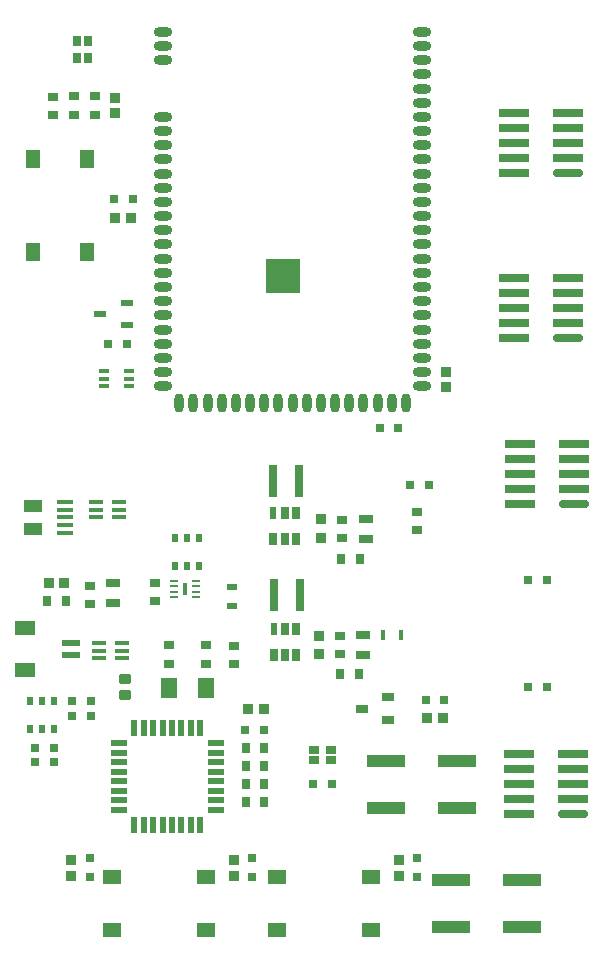
<source format=gtp>
G04*
G04 #@! TF.GenerationSoftware,Altium Limited,Altium Designer,22.4.2 (48)*
G04*
G04 Layer_Color=8421504*
%FSLAX44Y44*%
%MOMM*%
G71*
G04*
G04 #@! TF.SameCoordinates,FFC21B23-D813-4AC5-8D0E-201BBD69237A*
G04*
G04*
G04 #@! TF.FilePolarity,Positive*
G04*
G01*
G75*
%ADD20R,0.7000X0.7000*%
%ADD21R,0.8128X0.9144*%
%ADD22R,0.9144X0.8128*%
%ADD23R,0.9000X0.8000*%
%ADD24R,1.3000X0.7000*%
%ADD25R,0.9652X0.8636*%
%ADD26R,0.9500X0.5500*%
%ADD27R,0.6500X0.8500*%
%ADD28R,0.8500X0.6500*%
G04:AMPARAMS|DCode=29|XSize=0.95mm|YSize=0.8mm|CornerRadius=0.1mm|HoleSize=0mm|Usage=FLASHONLY|Rotation=0.000|XOffset=0mm|YOffset=0mm|HoleType=Round|Shape=RoundedRectangle|*
%AMROUNDEDRECTD29*
21,1,0.9500,0.6000,0,0,0.0*
21,1,0.7500,0.8000,0,0,0.0*
1,1,0.2000,0.3750,-0.3000*
1,1,0.2000,-0.3750,-0.3000*
1,1,0.2000,-0.3750,0.3000*
1,1,0.2000,0.3750,0.3000*
%
%ADD29ROUNDEDRECTD29*%
G04:AMPARAMS|DCode=30|XSize=0.95mm|YSize=0.8mm|CornerRadius=0.08mm|HoleSize=0mm|Usage=FLASHONLY|Rotation=0.000|XOffset=0mm|YOffset=0mm|HoleType=Round|Shape=RoundedRectangle|*
%AMROUNDEDRECTD30*
21,1,0.9500,0.6400,0,0,0.0*
21,1,0.7900,0.8000,0,0,0.0*
1,1,0.1600,0.3950,-0.3200*
1,1,0.1600,-0.3950,-0.3200*
1,1,0.1600,-0.3950,0.3200*
1,1,0.1600,0.3950,0.3200*
%
%ADD30ROUNDEDRECTD30*%
%ADD31R,1.8000X1.2000*%
%ADD32R,1.5500X0.6000*%
%ADD33R,2.5400X0.6350*%
G04:AMPARAMS|DCode=34|XSize=2.54mm|YSize=0.635mm|CornerRadius=0.1588mm|HoleSize=0mm|Usage=FLASHONLY|Rotation=180.000|XOffset=0mm|YOffset=0mm|HoleType=Round|Shape=RoundedRectangle|*
%AMROUNDEDRECTD34*
21,1,2.5400,0.3175,0,0,180.0*
21,1,2.2225,0.6350,0,0,180.0*
1,1,0.3175,-1.1113,0.1588*
1,1,0.3175,1.1113,0.1588*
1,1,0.3175,1.1113,-0.1588*
1,1,0.3175,-1.1113,-0.1588*
%
%ADD34ROUNDEDRECTD34*%
%ADD35R,0.8000X2.7000*%
%ADD36R,3.0000X3.0000*%
G04:AMPARAMS|DCode=37|XSize=0.8mm|YSize=1.6mm|CornerRadius=0.4mm|HoleSize=0mm|Usage=FLASHONLY|Rotation=0.000|XOffset=0mm|YOffset=0mm|HoleType=Round|Shape=RoundedRectangle|*
%AMROUNDEDRECTD37*
21,1,0.8000,0.8000,0,0,0.0*
21,1,0.0000,1.6000,0,0,0.0*
1,1,0.8000,0.0000,-0.4000*
1,1,0.8000,0.0000,-0.4000*
1,1,0.8000,0.0000,0.4000*
1,1,0.8000,0.0000,0.4000*
%
%ADD37ROUNDEDRECTD37*%
G04:AMPARAMS|DCode=38|XSize=1.6mm|YSize=0.8mm|CornerRadius=0.4mm|HoleSize=0mm|Usage=FLASHONLY|Rotation=0.000|XOffset=0mm|YOffset=0mm|HoleType=Round|Shape=RoundedRectangle|*
%AMROUNDEDRECTD38*
21,1,1.6000,0.0000,0,0,0.0*
21,1,0.8000,0.8000,0,0,0.0*
1,1,0.8000,0.4000,0.0000*
1,1,0.8000,-0.4000,0.0000*
1,1,0.8000,-0.4000,0.0000*
1,1,0.8000,0.4000,0.0000*
%
%ADD38ROUNDEDRECTD38*%
%ADD39R,1.0668X0.5588*%
%ADD40R,0.5080X0.6990*%
%ADD41R,1.1684X0.3556*%
%ADD42R,0.7620X0.8128*%
%ADD43R,0.8000X0.8000*%
%ADD44R,0.8128X0.7620*%
%ADD45R,0.8000X0.8000*%
%ADD46R,0.4500X0.8500*%
%ADD47R,3.2000X1.0000*%
%ADD48R,1.2954X1.5494*%
%ADD49R,1.5494X1.2954*%
%ADD50R,0.5080X1.4732*%
%ADD51R,1.4732X0.5080*%
%ADD52R,0.6500X1.0600*%
%ADD53R,0.6000X1.0600*%
%ADD54R,0.7000X0.2500*%
%ADD55R,0.3400X1.0700*%
%ADD56R,1.3208X1.7018*%
%ADD57R,0.8500X0.4500*%
%ADD58R,1.5050X1.0986*%
%ADD59R,1.3462X0.4064*%
%ADD60R,1.0600X0.6500*%
D20*
X273250Y147000D02*
D03*
X256750D02*
D03*
D21*
X33226Y317500D02*
D03*
X46180D02*
D03*
X366967Y203090D02*
D03*
X354013D02*
D03*
X102848Y626512D02*
D03*
X89894D02*
D03*
X215477Y211000D02*
D03*
X202523D02*
D03*
D22*
X89640Y715240D02*
D03*
Y728194D02*
D03*
X370153Y496029D02*
D03*
Y483075D02*
D03*
X330200Y69723D02*
D03*
Y82677D02*
D03*
X190500Y69723D02*
D03*
Y82677D02*
D03*
X52007Y82660D02*
D03*
Y69706D02*
D03*
D23*
X166186Y248612D02*
D03*
Y264612D02*
D03*
X135122Y248838D02*
D03*
Y264838D02*
D03*
D24*
X299790Y273430D02*
D03*
Y256430D02*
D03*
X301720Y371720D02*
D03*
Y354720D02*
D03*
X88000Y300500D02*
D03*
Y317500D02*
D03*
D25*
X262290Y256929D02*
D03*
Y272931D02*
D03*
X263620Y355219D02*
D03*
Y371221D02*
D03*
D26*
X189000Y298000D02*
D03*
Y314000D02*
D03*
D27*
X66250Y761750D02*
D03*
Y776250D02*
D03*
X57750D02*
D03*
Y761750D02*
D03*
D28*
X257750Y167750D02*
D03*
X272250D02*
D03*
Y176250D02*
D03*
X257750D02*
D03*
D29*
X98000Y235750D02*
D03*
D30*
Y222250D02*
D03*
D31*
X13320Y243620D02*
D03*
Y279620D02*
D03*
D32*
X52070Y256620D02*
D03*
Y266620D02*
D03*
D33*
X432140Y435400D02*
D03*
X477860D02*
D03*
X432140Y422700D02*
D03*
X477860D02*
D03*
X432140Y410000D02*
D03*
X477860D02*
D03*
X432140Y397300D02*
D03*
X477860D02*
D03*
X432140Y384600D02*
D03*
X431800Y121920D02*
D03*
X477520Y134620D02*
D03*
X431800D02*
D03*
X477520Y147320D02*
D03*
X431800D02*
D03*
X477520Y160020D02*
D03*
X431800D02*
D03*
X477520Y172720D02*
D03*
X431800D02*
D03*
X427140Y664600D02*
D03*
X472860Y677300D02*
D03*
X427140D02*
D03*
X472860Y690000D02*
D03*
X427140D02*
D03*
X472860Y702700D02*
D03*
X427140D02*
D03*
X472860Y715400D02*
D03*
X427140D02*
D03*
Y524600D02*
D03*
X472860Y537300D02*
D03*
X427140D02*
D03*
X472860Y550000D02*
D03*
X427140D02*
D03*
X472860Y562700D02*
D03*
X427140D02*
D03*
X472860Y575400D02*
D03*
X427140D02*
D03*
D34*
X477860Y384600D02*
D03*
X477520Y121920D02*
D03*
X472860Y664600D02*
D03*
Y524600D02*
D03*
D35*
X246000Y307000D02*
D03*
X224000D02*
D03*
X245000Y404000D02*
D03*
X223000D02*
D03*
D36*
X231840Y577000D02*
D03*
D37*
X287840Y470000D02*
D03*
X311840D02*
D03*
X335840D02*
D03*
X275840D02*
D03*
X251840D02*
D03*
X215840D02*
D03*
X227840D02*
D03*
X167840D02*
D03*
X191840D02*
D03*
X323840D02*
D03*
X299840D02*
D03*
X263840D02*
D03*
X239840D02*
D03*
X203840D02*
D03*
X179840D02*
D03*
X155840D02*
D03*
X143840D02*
D03*
D38*
X129840Y712000D02*
D03*
Y676000D02*
D03*
Y628000D02*
D03*
Y652000D02*
D03*
Y592000D02*
D03*
Y568000D02*
D03*
Y556000D02*
D03*
Y616000D02*
D03*
Y508000D02*
D03*
Y532000D02*
D03*
Y700000D02*
D03*
Y688000D02*
D03*
Y664000D02*
D03*
Y640000D02*
D03*
Y604000D02*
D03*
Y580000D02*
D03*
Y544000D02*
D03*
Y520000D02*
D03*
Y496000D02*
D03*
Y484000D02*
D03*
X349840Y772000D02*
D03*
Y736000D02*
D03*
Y712000D02*
D03*
Y652000D02*
D03*
Y628000D02*
D03*
Y676000D02*
D03*
Y616000D02*
D03*
Y556000D02*
D03*
Y568000D02*
D03*
Y592000D02*
D03*
Y532000D02*
D03*
Y508000D02*
D03*
Y784000D02*
D03*
Y760000D02*
D03*
Y748000D02*
D03*
Y724000D02*
D03*
Y700000D02*
D03*
Y688000D02*
D03*
Y664000D02*
D03*
Y640000D02*
D03*
Y604000D02*
D03*
Y580000D02*
D03*
Y544000D02*
D03*
Y520000D02*
D03*
Y496000D02*
D03*
Y484000D02*
D03*
X129840Y760000D02*
D03*
Y772000D02*
D03*
Y784000D02*
D03*
D39*
X99430Y535475D02*
D03*
Y554525D02*
D03*
X76570Y545000D02*
D03*
D40*
X27940Y217370D02*
D03*
Y194110D02*
D03*
X38040D02*
D03*
Y217370D02*
D03*
X17840D02*
D03*
Y194110D02*
D03*
X140280Y331960D02*
D03*
Y355220D02*
D03*
X160480D02*
D03*
Y331960D02*
D03*
X150380D02*
D03*
Y355220D02*
D03*
D41*
X93172Y385950D02*
D03*
Y379450D02*
D03*
Y372950D02*
D03*
X73614D02*
D03*
Y379450D02*
D03*
Y385950D02*
D03*
X76291Y266720D02*
D03*
Y260220D02*
D03*
Y253720D02*
D03*
X95849D02*
D03*
Y260220D02*
D03*
Y266720D02*
D03*
D42*
X32126Y302087D02*
D03*
X47620D02*
D03*
X216027Y132080D02*
D03*
X200533D02*
D03*
Y147320D02*
D03*
X216027D02*
D03*
X200533Y162560D02*
D03*
X216027D02*
D03*
X215900Y177800D02*
D03*
X200406D02*
D03*
X295747Y240000D02*
D03*
X280253D02*
D03*
X296640Y337820D02*
D03*
X281146D02*
D03*
D43*
X352490Y218090D02*
D03*
X368490D02*
D03*
X455099Y319751D02*
D03*
X439099D02*
D03*
X88371Y642362D02*
D03*
X104371D02*
D03*
X313500Y448263D02*
D03*
X329500D02*
D03*
X100000Y520000D02*
D03*
X84000D02*
D03*
X216000Y193000D02*
D03*
X200000D02*
D03*
X22000Y178000D02*
D03*
X38000D02*
D03*
X52960Y217306D02*
D03*
X68960D02*
D03*
Y205059D02*
D03*
X52960D02*
D03*
X22000Y165924D02*
D03*
X38000D02*
D03*
X455099Y229755D02*
D03*
X439099D02*
D03*
X355000Y400000D02*
D03*
X339000D02*
D03*
D44*
X72196Y713970D02*
D03*
Y729464D02*
D03*
X37350Y729160D02*
D03*
Y713666D02*
D03*
X54756Y713970D02*
D03*
Y729464D02*
D03*
X279790Y257183D02*
D03*
Y272677D02*
D03*
X123000Y317747D02*
D03*
Y302253D02*
D03*
X345000Y377747D02*
D03*
Y362253D02*
D03*
X281400Y355473D02*
D03*
Y370967D02*
D03*
X68040Y299593D02*
D03*
Y315087D02*
D03*
X190437Y248689D02*
D03*
Y264183D02*
D03*
D45*
X345440Y84200D02*
D03*
Y68200D02*
D03*
X205740Y84200D02*
D03*
Y68200D02*
D03*
X68580Y68200D02*
D03*
Y84200D02*
D03*
D46*
X316505Y273185D02*
D03*
X331505D02*
D03*
D47*
X319000Y167000D02*
D03*
Y127000D02*
D03*
X379000D02*
D03*
Y167000D02*
D03*
X433860Y25720D02*
D03*
Y65720D02*
D03*
X373860D02*
D03*
Y25720D02*
D03*
D48*
X65500Y597250D02*
D03*
X20500D02*
D03*
Y676750D02*
D03*
X65500D02*
D03*
D49*
X306450Y23220D02*
D03*
Y68220D02*
D03*
X226950D02*
D03*
Y23220D02*
D03*
X87250D02*
D03*
Y68220D02*
D03*
X166750D02*
D03*
Y23220D02*
D03*
D50*
X161810Y194698D02*
D03*
X153810D02*
D03*
X145810D02*
D03*
X137810D02*
D03*
X129810D02*
D03*
X121810D02*
D03*
X113810D02*
D03*
X105810D02*
D03*
Y112402D02*
D03*
X113810D02*
D03*
X121810D02*
D03*
X129810D02*
D03*
X137810D02*
D03*
X145810D02*
D03*
X153810D02*
D03*
X161810D02*
D03*
D51*
X92662Y181550D02*
D03*
Y173550D02*
D03*
Y165550D02*
D03*
Y157550D02*
D03*
Y149550D02*
D03*
Y141550D02*
D03*
Y133550D02*
D03*
Y125550D02*
D03*
X174958D02*
D03*
Y133550D02*
D03*
Y141550D02*
D03*
Y149550D02*
D03*
Y157550D02*
D03*
Y165550D02*
D03*
Y173550D02*
D03*
Y181550D02*
D03*
D52*
X233680Y256540D02*
D03*
Y278540D02*
D03*
X243180D02*
D03*
Y256540D02*
D03*
X224180D02*
D03*
X233140Y354760D02*
D03*
Y376760D02*
D03*
X242640D02*
D03*
Y354760D02*
D03*
X223640D02*
D03*
D53*
X224180Y278540D02*
D03*
X223640Y376760D02*
D03*
D54*
X157940Y319080D02*
D03*
Y314580D02*
D03*
Y310080D02*
D03*
Y305580D02*
D03*
X139440D02*
D03*
Y310080D02*
D03*
Y319080D02*
D03*
Y314580D02*
D03*
D55*
X148690Y312330D02*
D03*
D56*
X135322Y228550D02*
D03*
X166310D02*
D03*
D57*
X101380Y483872D02*
D03*
Y490372D02*
D03*
Y496872D02*
D03*
X80380Y483872D02*
D03*
Y490372D02*
D03*
Y496872D02*
D03*
D58*
X20285Y362985D02*
D03*
Y382985D02*
D03*
D59*
X47035Y359985D02*
D03*
Y366485D02*
D03*
Y372985D02*
D03*
Y379485D02*
D03*
Y385985D02*
D03*
D60*
X299000Y211000D02*
D03*
X321000Y220500D02*
D03*
Y201500D02*
D03*
M02*

</source>
